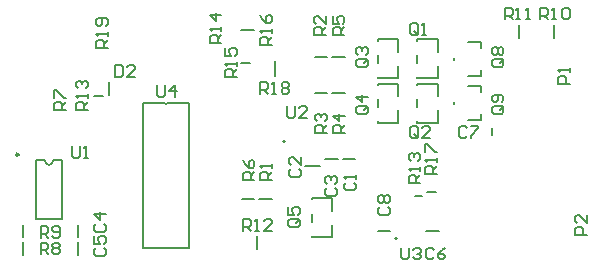
<source format=gto>
G04 Layer_Color=65535*
%FSLAX25Y25*%
%MOIN*%
G70*
G01*
G75*
%ADD32C,0.01000*%
%ADD39C,0.00600*%
%ADD40C,0.00787*%
%ADD41C,0.00984*%
%ADD42C,0.00500*%
%ADD43C,0.00800*%
D32*
X95823Y40647D02*
X96136D01*
D39*
X133734Y8100D02*
G03*
X133734Y8100I-300J0D01*
G01*
X37757Y56000D02*
Y60200D01*
X32700Y55769D02*
X35700D01*
X82100Y21300D02*
X86300D01*
X112201Y68569D02*
X116401D01*
X112201Y56768D02*
X116401D01*
X106400D02*
X110600D01*
X106400Y68569D02*
X110600D01*
X87901Y21300D02*
X92101D01*
X27347Y2762D02*
Y6962D01*
Y8563D02*
Y12763D01*
X127333Y10757D02*
X131533D01*
X115697Y34571D02*
X119897D01*
X109896Y34571D02*
X114096D01*
X165567Y42717D02*
Y44883D01*
X143481Y10757D02*
X147681D01*
X87100Y4800D02*
Y9000D01*
X174399Y75000D02*
Y79200D01*
X186200Y75000D02*
Y79200D01*
X9119Y8640D02*
Y12840D01*
X139943Y22341D02*
X142109D01*
X143908Y23718D02*
X146908D01*
X81828Y66531D02*
X84828D01*
X9119Y2839D02*
Y7039D01*
X81828Y77662D02*
X86028D01*
D40*
X16356Y34220D02*
G03*
X19244Y34220I1444J0D01*
G01*
X56227Y53482D02*
G03*
X57507Y53482I640J0D01*
G01*
X127400Y74578D02*
X134100D01*
X127400Y61578D02*
X134100D01*
Y65678D01*
Y70478D02*
Y74578D01*
X127400Y74178D02*
Y74578D01*
Y66678D02*
Y69478D01*
Y61578D02*
Y61978D01*
Y59790D02*
X134100D01*
X127400Y46790D02*
X134100D01*
Y50890D01*
Y55690D02*
Y59790D01*
X127400Y59390D02*
Y59790D01*
Y51890D02*
Y54690D01*
Y46790D02*
Y47190D01*
X140618Y59790D02*
X147318D01*
X140618Y46790D02*
X147318D01*
Y50890D01*
Y55690D02*
Y59790D01*
X140618Y59390D02*
Y59790D01*
Y51890D02*
Y54690D01*
Y46790D02*
Y47190D01*
Y74578D02*
X147318D01*
X140618Y61578D02*
X147318D01*
Y65678D01*
Y70478D02*
Y74578D01*
X140618Y74178D02*
Y74578D01*
Y66678D02*
Y69478D01*
Y61578D02*
Y61978D01*
X13469Y34220D02*
X16356D01*
X19244D02*
X22131D01*
X13469Y14535D02*
X22131D01*
X13469D02*
Y34220D01*
X22131Y14535D02*
Y34220D01*
X49131Y4860D02*
Y53482D01*
Y4860D02*
X64603D01*
Y53482D01*
X57507D02*
X64603D01*
X49131D02*
X56227D01*
X105503Y21600D02*
X112203D01*
X105503Y8600D02*
X112203D01*
Y12700D01*
Y17500D02*
Y21600D01*
X105503Y21200D02*
Y21600D01*
Y13700D02*
Y16500D01*
Y8600D02*
Y9000D01*
X30800Y51000D02*
X26864D01*
Y52968D01*
X27520Y53624D01*
X28832D01*
X29488Y52968D01*
Y51000D01*
Y52312D02*
X30800Y53624D01*
Y54936D02*
Y56248D01*
Y55592D01*
X26864D01*
X27520Y54936D01*
Y58215D02*
X26864Y58872D01*
Y60183D01*
X27520Y60839D01*
X28176D01*
X28832Y60183D01*
Y59527D01*
Y60183D01*
X29488Y60839D01*
X30144D01*
X30800Y60183D01*
Y58872D01*
X30144Y58215D01*
X39800Y66036D02*
Y62100D01*
X41768D01*
X42424Y62756D01*
Y65380D01*
X41768Y66036D01*
X39800D01*
X46360Y62100D02*
X43736D01*
X46360Y64724D01*
Y65380D01*
X45704Y66036D01*
X44392D01*
X43736Y65380D01*
X86300Y27700D02*
X82364D01*
Y29668D01*
X83020Y30324D01*
X84332D01*
X84988Y29668D01*
Y27700D01*
Y29012D02*
X86300Y30324D01*
X82364Y34260D02*
X83020Y32948D01*
X84332Y31636D01*
X85644D01*
X86300Y32292D01*
Y33604D01*
X85644Y34260D01*
X84988D01*
X84332Y33604D01*
Y31636D01*
X116300Y75900D02*
X112364D01*
Y77868D01*
X113020Y78524D01*
X114332D01*
X114988Y77868D01*
Y75900D01*
Y77212D02*
X116300Y78524D01*
X112364Y82460D02*
Y79836D01*
X114332D01*
X113676Y81148D01*
Y81804D01*
X114332Y82460D01*
X115644D01*
X116300Y81804D01*
Y80492D01*
X115644Y79836D01*
X116400Y43278D02*
X112464D01*
Y45246D01*
X113120Y45902D01*
X114432D01*
X115088Y45246D01*
Y43278D01*
Y44590D02*
X116400Y45902D01*
Y49182D02*
X112464D01*
X114432Y47214D01*
Y49837D01*
X110550Y43278D02*
X106614D01*
Y45246D01*
X107270Y45902D01*
X108582D01*
X109238Y45246D01*
Y43278D01*
Y44590D02*
X110550Y45902D01*
X107270Y47214D02*
X106614Y47870D01*
Y49182D01*
X107270Y49837D01*
X107926D01*
X108582Y49182D01*
Y48526D01*
Y49182D01*
X109238Y49837D01*
X109894D01*
X110550Y49182D01*
Y47870D01*
X109894Y47214D01*
X110200Y75900D02*
X106264D01*
Y77868D01*
X106920Y78524D01*
X108232D01*
X108888Y77868D01*
Y75900D01*
Y77212D02*
X110200Y78524D01*
Y82460D02*
Y79836D01*
X107576Y82460D01*
X106920D01*
X106264Y81804D01*
Y80492D01*
X106920Y79836D01*
X92000Y27700D02*
X88064D01*
Y29668D01*
X88720Y30324D01*
X90032D01*
X90688Y29668D01*
Y27700D01*
Y29012D02*
X92000Y30324D01*
Y31636D02*
Y32948D01*
Y32292D01*
X88064D01*
X88720Y31636D01*
X168644Y52224D02*
X166020D01*
X165364Y51568D01*
Y50256D01*
X166020Y49600D01*
X168644D01*
X169300Y50256D01*
Y51568D01*
X167988Y50912D02*
X169300Y52224D01*
Y51568D02*
X168644Y52224D01*
Y53536D02*
X169300Y54192D01*
Y55504D01*
X168644Y56160D01*
X166020D01*
X165364Y55504D01*
Y54192D01*
X166020Y53536D01*
X166676D01*
X167332Y54192D01*
Y56160D01*
X168644Y67924D02*
X166020D01*
X165364Y67268D01*
Y65956D01*
X166020Y65300D01*
X168644D01*
X169300Y65956D01*
Y67268D01*
X167988Y66612D02*
X169300Y67924D01*
Y67268D02*
X168644Y67924D01*
X166020Y69236D02*
X165364Y69892D01*
Y71204D01*
X166020Y71860D01*
X166676D01*
X167332Y71204D01*
X167988Y71860D01*
X168644D01*
X169300Y71204D01*
Y69892D01*
X168644Y69236D01*
X167988D01*
X167332Y69892D01*
X166676Y69236D01*
X166020D01*
X167332Y69892D02*
Y71204D01*
X123444Y67924D02*
X120820D01*
X120164Y67268D01*
Y65956D01*
X120820Y65300D01*
X123444D01*
X124100Y65956D01*
Y67268D01*
X122788Y66612D02*
X124100Y67924D01*
Y67268D02*
X123444Y67924D01*
X120820Y69236D02*
X120164Y69892D01*
Y71204D01*
X120820Y71860D01*
X121476D01*
X122132Y71204D01*
Y70548D01*
Y71204D01*
X122788Y71860D01*
X123444D01*
X124100Y71204D01*
Y69892D01*
X123444Y69236D01*
Y52224D02*
X120820D01*
X120164Y51568D01*
Y50256D01*
X120820Y49600D01*
X123444D01*
X124100Y50256D01*
Y51568D01*
X122788Y50912D02*
X124100Y52224D01*
Y51568D02*
X123444Y52224D01*
X124100Y55504D02*
X120164D01*
X122132Y53536D01*
Y56160D01*
X140824Y42456D02*
Y45080D01*
X140168Y45736D01*
X138856D01*
X138200Y45080D01*
Y42456D01*
X138856Y41800D01*
X140168D01*
X139512Y43112D02*
X140824Y41800D01*
X140168D02*
X140824Y42456D01*
X144760Y41800D02*
X142136D01*
X144760Y44424D01*
Y45080D01*
X144104Y45736D01*
X142792D01*
X142136Y45080D01*
X140824Y76656D02*
Y79280D01*
X140168Y79936D01*
X138856D01*
X138200Y79280D01*
Y76656D01*
X138856Y76000D01*
X140168D01*
X139512Y77312D02*
X140824Y76000D01*
X140168D02*
X140824Y76656D01*
X142136Y76000D02*
X143448D01*
X142792D01*
Y79936D01*
X142136Y79280D01*
X135100Y5136D02*
Y1856D01*
X135756Y1200D01*
X137068D01*
X137724Y1856D01*
Y5136D01*
X139036Y4480D02*
X139692Y5136D01*
X141004D01*
X141660Y4480D01*
Y3824D01*
X141004Y3168D01*
X140348D01*
X141004D01*
X141660Y2512D01*
Y1856D01*
X141004Y1200D01*
X139692D01*
X139036Y1856D01*
X37509Y71800D02*
X33573D01*
Y73768D01*
X34229Y74424D01*
X35541D01*
X36197Y73768D01*
Y71800D01*
Y73112D02*
X37509Y74424D01*
Y75736D02*
Y77048D01*
Y76392D01*
X33573D01*
X34229Y75736D01*
X36853Y79015D02*
X37509Y79672D01*
Y80983D01*
X36853Y81639D01*
X34229D01*
X33573Y80983D01*
Y79672D01*
X34229Y79015D01*
X34885D01*
X35541Y79672D01*
Y81639D01*
X75300Y73400D02*
X71364D01*
Y75368D01*
X72020Y76024D01*
X73332D01*
X73988Y75368D01*
Y73400D01*
Y74712D02*
X75300Y76024D01*
Y77336D02*
Y78648D01*
Y77992D01*
X71364D01*
X72020Y77336D01*
X75300Y82583D02*
X71364D01*
X73332Y80616D01*
Y83239D01*
X53900Y59236D02*
Y55956D01*
X54556Y55300D01*
X55868D01*
X56524Y55956D01*
Y59236D01*
X59804Y55300D02*
Y59236D01*
X57836Y57268D01*
X60460D01*
X97300Y52436D02*
Y49156D01*
X97956Y48500D01*
X99268D01*
X99924Y49156D01*
Y52436D01*
X103860Y48500D02*
X101236D01*
X103860Y51124D01*
Y51780D01*
X103204Y52436D01*
X101892D01*
X101236Y51780D01*
X25400Y39036D02*
Y35756D01*
X26056Y35100D01*
X27368D01*
X28024Y35756D01*
Y39036D01*
X29336Y35100D02*
X30648D01*
X29992D01*
Y39036D01*
X29336Y38380D01*
X88100Y56300D02*
Y60236D01*
X90068D01*
X90724Y59580D01*
Y58268D01*
X90068Y57612D01*
X88100D01*
X89412D02*
X90724Y56300D01*
X92036D02*
X93348D01*
X92692D01*
Y60236D01*
X92036Y59580D01*
X95315D02*
X95972Y60236D01*
X97283D01*
X97939Y59580D01*
Y58924D01*
X97283Y58268D01*
X97939Y57612D01*
Y56956D01*
X97283Y56300D01*
X95972D01*
X95315Y56956D01*
Y57612D01*
X95972Y58268D01*
X95315Y58924D01*
Y59580D01*
X95972Y58268D02*
X97283D01*
X147200Y29700D02*
X143264D01*
Y31668D01*
X143920Y32324D01*
X145232D01*
X145888Y31668D01*
Y29700D01*
Y31012D02*
X147200Y32324D01*
Y33636D02*
Y34948D01*
Y34292D01*
X143264D01*
X143920Y33636D01*
X143264Y36915D02*
Y39539D01*
X143920D01*
X146544Y36915D01*
X147200D01*
X80400Y61900D02*
X76464D01*
Y63868D01*
X77120Y64524D01*
X78432D01*
X79088Y63868D01*
Y61900D01*
Y63212D02*
X80400Y64524D01*
Y65836D02*
Y67148D01*
Y66492D01*
X76464D01*
X77120Y65836D01*
X76464Y71739D02*
Y69116D01*
X78432D01*
X77776Y70427D01*
Y71083D01*
X78432Y71739D01*
X79744D01*
X80400Y71083D01*
Y69771D01*
X79744Y69116D01*
X141600Y26700D02*
X137664D01*
Y28668D01*
X138320Y29324D01*
X139632D01*
X140288Y28668D01*
Y26700D01*
Y28012D02*
X141600Y29324D01*
Y30636D02*
Y31948D01*
Y31292D01*
X137664D01*
X138320Y30636D01*
Y33915D02*
X137664Y34571D01*
Y35883D01*
X138320Y36539D01*
X138976D01*
X139632Y35883D01*
Y35227D01*
Y35883D01*
X140288Y36539D01*
X140944D01*
X141600Y35883D01*
Y34571D01*
X140944Y33915D01*
X82400Y10800D02*
Y14736D01*
X84368D01*
X85024Y14080D01*
Y12768D01*
X84368Y12112D01*
X82400D01*
X83712D02*
X85024Y10800D01*
X86336D02*
X87648D01*
X86992D01*
Y14736D01*
X86336Y14080D01*
X92239Y10800D02*
X89615D01*
X92239Y13424D01*
Y14080D01*
X91583Y14736D01*
X90272D01*
X89615Y14080D01*
X169700Y81200D02*
Y85136D01*
X171668D01*
X172324Y84480D01*
Y83168D01*
X171668Y82512D01*
X169700D01*
X171012D02*
X172324Y81200D01*
X173636D02*
X174948D01*
X174292D01*
Y85136D01*
X173636Y84480D01*
X176916Y81200D02*
X178227D01*
X177571D01*
Y85136D01*
X176916Y84480D01*
X181500Y81200D02*
Y85136D01*
X183468D01*
X184124Y84480D01*
Y83168D01*
X183468Y82512D01*
X181500D01*
X182812D02*
X184124Y81200D01*
X185436D02*
X186748D01*
X186092D01*
Y85136D01*
X185436Y84480D01*
X188716D02*
X189372Y85136D01*
X190683D01*
X191339Y84480D01*
Y81856D01*
X190683Y81200D01*
X189372D01*
X188716Y81856D01*
Y84480D01*
X15000Y2900D02*
Y6836D01*
X16968D01*
X17624Y6180D01*
Y4868D01*
X16968Y4212D01*
X15000D01*
X16312D02*
X17624Y2900D01*
X18936Y6180D02*
X19592Y6836D01*
X20904D01*
X21560Y6180D01*
Y5524D01*
X20904Y4868D01*
X21560Y4212D01*
Y3556D01*
X20904Y2900D01*
X19592D01*
X18936Y3556D01*
Y4212D01*
X19592Y4868D01*
X18936Y5524D01*
Y6180D01*
X19592Y4868D02*
X20904D01*
X23500Y51000D02*
X19564D01*
Y52968D01*
X20220Y53624D01*
X21532D01*
X22188Y52968D01*
Y51000D01*
Y52312D02*
X23500Y53624D01*
X19564Y54936D02*
Y57560D01*
X20220D01*
X22844Y54936D01*
X23500D01*
X100744Y14724D02*
X98120D01*
X97464Y14068D01*
Y12756D01*
X98120Y12100D01*
X100744D01*
X101400Y12756D01*
Y14068D01*
X100088Y13412D02*
X101400Y14724D01*
Y14068D02*
X100744Y14724D01*
X97464Y18660D02*
Y16036D01*
X99432D01*
X98776Y17348D01*
Y18004D01*
X99432Y18660D01*
X100744D01*
X101400Y18004D01*
Y16692D01*
X100744Y16036D01*
X128120Y18681D02*
X127464Y18025D01*
Y16713D01*
X128120Y16058D01*
X130744D01*
X131400Y16713D01*
Y18025D01*
X130744Y18681D01*
X128120Y19993D02*
X127464Y20649D01*
Y21961D01*
X128120Y22617D01*
X128776D01*
X129432Y21961D01*
X130088Y22617D01*
X130744D01*
X131400Y21961D01*
Y20649D01*
X130744Y19993D01*
X130088D01*
X129432Y20649D01*
X128776Y19993D01*
X128120D01*
X129432Y20649D02*
Y21961D01*
X157024Y44980D02*
X156368Y45636D01*
X155056D01*
X154400Y44980D01*
Y42356D01*
X155056Y41700D01*
X156368D01*
X157024Y42356D01*
X158336Y45636D02*
X160960D01*
Y44980D01*
X158336Y42356D01*
Y41700D01*
X146024Y4480D02*
X145368Y5136D01*
X144056D01*
X143400Y4480D01*
Y1856D01*
X144056Y1200D01*
X145368D01*
X146024Y1856D01*
X149960Y5136D02*
X148648Y4480D01*
X147336Y3168D01*
Y1856D01*
X147992Y1200D01*
X149304D01*
X149960Y1856D01*
Y2512D01*
X149304Y3168D01*
X147336D01*
X33620Y4924D02*
X32964Y4268D01*
Y2956D01*
X33620Y2300D01*
X36244D01*
X36900Y2956D01*
Y4268D01*
X36244Y4924D01*
X32964Y8860D02*
Y6236D01*
X34932D01*
X34276Y7548D01*
Y8204D01*
X34932Y8860D01*
X36244D01*
X36900Y8204D01*
Y6892D01*
X36244Y6236D01*
X33620Y13124D02*
X32964Y12468D01*
Y11156D01*
X33620Y10500D01*
X36244D01*
X36900Y11156D01*
Y12468D01*
X36244Y13124D01*
X36900Y16404D02*
X32964D01*
X34932Y14436D01*
Y17060D01*
X110620Y25124D02*
X109964Y24468D01*
Y23156D01*
X110620Y22500D01*
X113244D01*
X113900Y23156D01*
Y24468D01*
X113244Y25124D01*
X110620Y26436D02*
X109964Y27092D01*
Y28404D01*
X110620Y29060D01*
X111276D01*
X111932Y28404D01*
Y27748D01*
Y28404D01*
X112588Y29060D01*
X113244D01*
X113900Y28404D01*
Y27092D01*
X113244Y26436D01*
X98420Y31324D02*
X97764Y30668D01*
Y29356D01*
X98420Y28700D01*
X101044D01*
X101700Y29356D01*
Y30668D01*
X101044Y31324D01*
X101700Y35260D02*
Y32636D01*
X99076Y35260D01*
X98420D01*
X97764Y34604D01*
Y33292D01*
X98420Y32636D01*
X116820Y26824D02*
X116164Y26168D01*
Y24856D01*
X116820Y24200D01*
X119444D01*
X120100Y24856D01*
Y26168D01*
X119444Y26824D01*
X120100Y28136D02*
Y29448D01*
Y28792D01*
X116164D01*
X116820Y28136D01*
X191500Y59619D02*
X187564D01*
Y61587D01*
X188220Y62243D01*
X189532D01*
X190188Y61587D01*
Y59619D01*
X191500Y63555D02*
Y64867D01*
Y64211D01*
X187564D01*
X188220Y63555D01*
X197200Y9300D02*
X193264D01*
Y11268D01*
X193920Y11924D01*
X195232D01*
X195888Y11268D01*
Y9300D01*
X197200Y15860D02*
Y13236D01*
X194576Y15860D01*
X193920D01*
X193264Y15204D01*
Y13892D01*
X193920Y13236D01*
X92000Y72800D02*
X88064D01*
Y74768D01*
X88720Y75424D01*
X90032D01*
X90688Y74768D01*
Y72800D01*
Y74112D02*
X92000Y75424D01*
Y76736D02*
Y78048D01*
Y77392D01*
X88064D01*
X88720Y76736D01*
X88064Y82639D02*
X88720Y81327D01*
X90032Y80015D01*
X91344D01*
X92000Y80672D01*
Y81983D01*
X91344Y82639D01*
X90688D01*
X90032Y81983D01*
Y80015D01*
X15000Y8500D02*
Y12436D01*
X16968D01*
X17624Y11780D01*
Y10468D01*
X16968Y9812D01*
X15000D01*
X16312D02*
X17624Y8500D01*
X18936Y9156D02*
X19592Y8500D01*
X20904D01*
X21560Y9156D01*
Y11780D01*
X20904Y12436D01*
X19592D01*
X18936Y11780D01*
Y11124D01*
X19592Y10468D01*
X21560D01*
D41*
X7650Y36077D02*
G03*
X7650Y36077I-450J0D01*
G01*
D42*
X157328Y47540D02*
X161828D01*
X157328Y59040D02*
X161828D01*
Y47540D02*
Y49540D01*
X152828Y53040D02*
Y53540D01*
X161828Y57040D02*
Y59040D01*
X157328Y62328D02*
X161828D01*
X157328Y73828D02*
X161828D01*
Y62328D02*
Y64328D01*
X152828Y67828D02*
Y68328D01*
X161828Y71828D02*
Y73828D01*
D43*
X103195Y32205D02*
X108195D01*
X93029Y62200D02*
Y67200D01*
M02*

</source>
